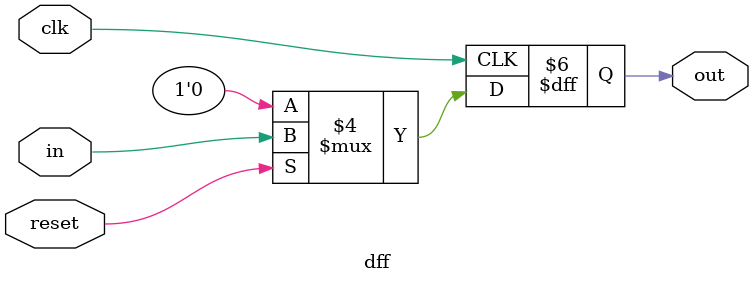
<source format=v>
`ifndef _dff
`define _dff

module dff #( parameter width  = 1 ) (
  output reg [width-1:0] out,
  input	clk,
  input	[width-1:0] in,
  input reset
);
  always @(posedge clk) begin
    if (~reset) begin
      out <= 1'b0;
    end else begin
      out <= in;
    end
  end
endmodule

`endif

</source>
